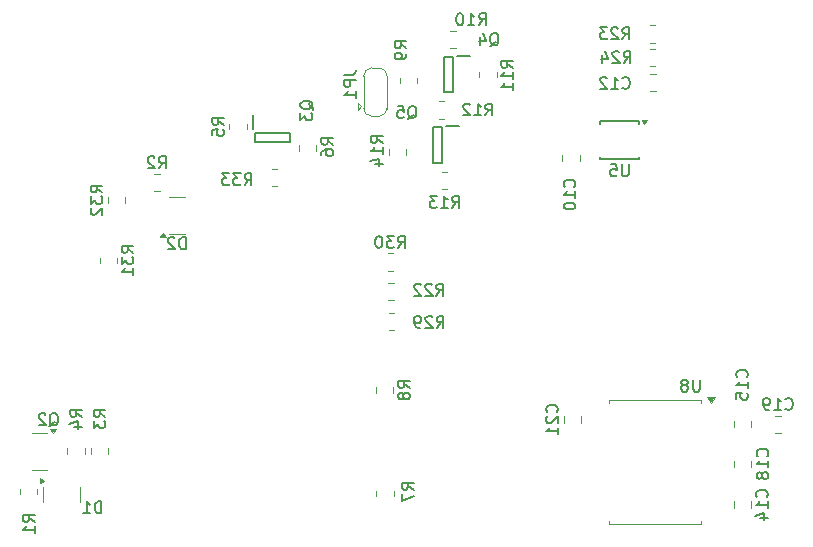
<source format=gbo>
%TF.GenerationSoftware,KiCad,Pcbnew,9.0.4*%
%TF.CreationDate,2025-11-20T14:20:26-08:00*%
%TF.ProjectId,camera_controller,63616d65-7261-45f6-936f-6e74726f6c6c,1.0*%
%TF.SameCoordinates,Original*%
%TF.FileFunction,Legend,Bot*%
%TF.FilePolarity,Positive*%
%FSLAX46Y46*%
G04 Gerber Fmt 4.6, Leading zero omitted, Abs format (unit mm)*
G04 Created by KiCad (PCBNEW 9.0.4) date 2025-11-20 14:20:26*
%MOMM*%
%LPD*%
G01*
G04 APERTURE LIST*
%ADD10C,0.150000*%
%ADD11C,0.120000*%
%ADD12C,0.200000*%
G04 APERTURE END LIST*
D10*
X35025594Y-68932319D02*
X35025594Y-67932319D01*
X35025594Y-67932319D02*
X34787499Y-67932319D01*
X34787499Y-67932319D02*
X34644642Y-67979938D01*
X34644642Y-67979938D02*
X34549404Y-68075176D01*
X34549404Y-68075176D02*
X34501785Y-68170414D01*
X34501785Y-68170414D02*
X34454166Y-68360890D01*
X34454166Y-68360890D02*
X34454166Y-68503747D01*
X34454166Y-68503747D02*
X34501785Y-68694223D01*
X34501785Y-68694223D02*
X34549404Y-68789461D01*
X34549404Y-68789461D02*
X34644642Y-68884700D01*
X34644642Y-68884700D02*
X34787499Y-68932319D01*
X34787499Y-68932319D02*
X35025594Y-68932319D01*
X33501785Y-68932319D02*
X34073213Y-68932319D01*
X33787499Y-68932319D02*
X33787499Y-67932319D01*
X33787499Y-67932319D02*
X33882737Y-68075176D01*
X33882737Y-68075176D02*
X33977975Y-68170414D01*
X33977975Y-68170414D02*
X34073213Y-68218033D01*
X61454819Y-66933333D02*
X60978628Y-66600000D01*
X61454819Y-66361905D02*
X60454819Y-66361905D01*
X60454819Y-66361905D02*
X60454819Y-66742857D01*
X60454819Y-66742857D02*
X60502438Y-66838095D01*
X60502438Y-66838095D02*
X60550057Y-66885714D01*
X60550057Y-66885714D02*
X60645295Y-66933333D01*
X60645295Y-66933333D02*
X60788152Y-66933333D01*
X60788152Y-66933333D02*
X60883390Y-66885714D01*
X60883390Y-66885714D02*
X60931009Y-66838095D01*
X60931009Y-66838095D02*
X60978628Y-66742857D01*
X60978628Y-66742857D02*
X60978628Y-66361905D01*
X60454819Y-67266667D02*
X60454819Y-67933333D01*
X60454819Y-67933333D02*
X61454819Y-67504762D01*
X64717857Y-43079819D02*
X65051190Y-42603628D01*
X65289285Y-43079819D02*
X65289285Y-42079819D01*
X65289285Y-42079819D02*
X64908333Y-42079819D01*
X64908333Y-42079819D02*
X64813095Y-42127438D01*
X64813095Y-42127438D02*
X64765476Y-42175057D01*
X64765476Y-42175057D02*
X64717857Y-42270295D01*
X64717857Y-42270295D02*
X64717857Y-42413152D01*
X64717857Y-42413152D02*
X64765476Y-42508390D01*
X64765476Y-42508390D02*
X64813095Y-42556009D01*
X64813095Y-42556009D02*
X64908333Y-42603628D01*
X64908333Y-42603628D02*
X65289285Y-42603628D01*
X63765476Y-43079819D02*
X64336904Y-43079819D01*
X64051190Y-43079819D02*
X64051190Y-42079819D01*
X64051190Y-42079819D02*
X64146428Y-42222676D01*
X64146428Y-42222676D02*
X64241666Y-42317914D01*
X64241666Y-42317914D02*
X64336904Y-42365533D01*
X63432142Y-42079819D02*
X62813095Y-42079819D01*
X62813095Y-42079819D02*
X63146428Y-42460771D01*
X63146428Y-42460771D02*
X63003571Y-42460771D01*
X63003571Y-42460771D02*
X62908333Y-42508390D01*
X62908333Y-42508390D02*
X62860714Y-42556009D01*
X62860714Y-42556009D02*
X62813095Y-42651247D01*
X62813095Y-42651247D02*
X62813095Y-42889342D01*
X62813095Y-42889342D02*
X62860714Y-42984580D01*
X62860714Y-42984580D02*
X62908333Y-43032200D01*
X62908333Y-43032200D02*
X63003571Y-43079819D01*
X63003571Y-43079819D02*
X63289285Y-43079819D01*
X63289285Y-43079819D02*
X63384523Y-43032200D01*
X63384523Y-43032200D02*
X63432142Y-42984580D01*
X66992857Y-27604819D02*
X67326190Y-27128628D01*
X67564285Y-27604819D02*
X67564285Y-26604819D01*
X67564285Y-26604819D02*
X67183333Y-26604819D01*
X67183333Y-26604819D02*
X67088095Y-26652438D01*
X67088095Y-26652438D02*
X67040476Y-26700057D01*
X67040476Y-26700057D02*
X66992857Y-26795295D01*
X66992857Y-26795295D02*
X66992857Y-26938152D01*
X66992857Y-26938152D02*
X67040476Y-27033390D01*
X67040476Y-27033390D02*
X67088095Y-27081009D01*
X67088095Y-27081009D02*
X67183333Y-27128628D01*
X67183333Y-27128628D02*
X67564285Y-27128628D01*
X66040476Y-27604819D02*
X66611904Y-27604819D01*
X66326190Y-27604819D02*
X66326190Y-26604819D01*
X66326190Y-26604819D02*
X66421428Y-26747676D01*
X66421428Y-26747676D02*
X66516666Y-26842914D01*
X66516666Y-26842914D02*
X66611904Y-26890533D01*
X65421428Y-26604819D02*
X65326190Y-26604819D01*
X65326190Y-26604819D02*
X65230952Y-26652438D01*
X65230952Y-26652438D02*
X65183333Y-26700057D01*
X65183333Y-26700057D02*
X65135714Y-26795295D01*
X65135714Y-26795295D02*
X65088095Y-26985771D01*
X65088095Y-26985771D02*
X65088095Y-27223866D01*
X65088095Y-27223866D02*
X65135714Y-27414342D01*
X65135714Y-27414342D02*
X65183333Y-27509580D01*
X65183333Y-27509580D02*
X65230952Y-27557200D01*
X65230952Y-27557200D02*
X65326190Y-27604819D01*
X65326190Y-27604819D02*
X65421428Y-27604819D01*
X65421428Y-27604819D02*
X65516666Y-27557200D01*
X65516666Y-27557200D02*
X65564285Y-27509580D01*
X65564285Y-27509580D02*
X65611904Y-27414342D01*
X65611904Y-27414342D02*
X65659523Y-27223866D01*
X65659523Y-27223866D02*
X65659523Y-26985771D01*
X65659523Y-26985771D02*
X65611904Y-26795295D01*
X65611904Y-26795295D02*
X65564285Y-26700057D01*
X65564285Y-26700057D02*
X65516666Y-26652438D01*
X65516666Y-26652438D02*
X65421428Y-26604819D01*
X30607738Y-61577557D02*
X30702976Y-61529938D01*
X30702976Y-61529938D02*
X30798214Y-61434700D01*
X30798214Y-61434700D02*
X30941071Y-61291842D01*
X30941071Y-61291842D02*
X31036309Y-61244223D01*
X31036309Y-61244223D02*
X31131547Y-61244223D01*
X31083928Y-61482319D02*
X31179166Y-61434700D01*
X31179166Y-61434700D02*
X31274404Y-61339461D01*
X31274404Y-61339461D02*
X31322023Y-61148985D01*
X31322023Y-61148985D02*
X31322023Y-60815652D01*
X31322023Y-60815652D02*
X31274404Y-60625176D01*
X31274404Y-60625176D02*
X31179166Y-60529938D01*
X31179166Y-60529938D02*
X31083928Y-60482319D01*
X31083928Y-60482319D02*
X30893452Y-60482319D01*
X30893452Y-60482319D02*
X30798214Y-60529938D01*
X30798214Y-60529938D02*
X30702976Y-60625176D01*
X30702976Y-60625176D02*
X30655357Y-60815652D01*
X30655357Y-60815652D02*
X30655357Y-61148985D01*
X30655357Y-61148985D02*
X30702976Y-61339461D01*
X30702976Y-61339461D02*
X30798214Y-61434700D01*
X30798214Y-61434700D02*
X30893452Y-61482319D01*
X30893452Y-61482319D02*
X31083928Y-61482319D01*
X30274404Y-60577557D02*
X30226785Y-60529938D01*
X30226785Y-60529938D02*
X30131547Y-60482319D01*
X30131547Y-60482319D02*
X29893452Y-60482319D01*
X29893452Y-60482319D02*
X29798214Y-60529938D01*
X29798214Y-60529938D02*
X29750595Y-60577557D01*
X29750595Y-60577557D02*
X29702976Y-60672795D01*
X29702976Y-60672795D02*
X29702976Y-60768033D01*
X29702976Y-60768033D02*
X29750595Y-60910890D01*
X29750595Y-60910890D02*
X30322023Y-61482319D01*
X30322023Y-61482319D02*
X29702976Y-61482319D01*
X92942857Y-60079580D02*
X92990476Y-60127200D01*
X92990476Y-60127200D02*
X93133333Y-60174819D01*
X93133333Y-60174819D02*
X93228571Y-60174819D01*
X93228571Y-60174819D02*
X93371428Y-60127200D01*
X93371428Y-60127200D02*
X93466666Y-60031961D01*
X93466666Y-60031961D02*
X93514285Y-59936723D01*
X93514285Y-59936723D02*
X93561904Y-59746247D01*
X93561904Y-59746247D02*
X93561904Y-59603390D01*
X93561904Y-59603390D02*
X93514285Y-59412914D01*
X93514285Y-59412914D02*
X93466666Y-59317676D01*
X93466666Y-59317676D02*
X93371428Y-59222438D01*
X93371428Y-59222438D02*
X93228571Y-59174819D01*
X93228571Y-59174819D02*
X93133333Y-59174819D01*
X93133333Y-59174819D02*
X92990476Y-59222438D01*
X92990476Y-59222438D02*
X92942857Y-59270057D01*
X91990476Y-60174819D02*
X92561904Y-60174819D01*
X92276190Y-60174819D02*
X92276190Y-59174819D01*
X92276190Y-59174819D02*
X92371428Y-59317676D01*
X92371428Y-59317676D02*
X92466666Y-59412914D01*
X92466666Y-59412914D02*
X92561904Y-59460533D01*
X91514285Y-60174819D02*
X91323809Y-60174819D01*
X91323809Y-60174819D02*
X91228571Y-60127200D01*
X91228571Y-60127200D02*
X91180952Y-60079580D01*
X91180952Y-60079580D02*
X91085714Y-59936723D01*
X91085714Y-59936723D02*
X91038095Y-59746247D01*
X91038095Y-59746247D02*
X91038095Y-59365295D01*
X91038095Y-59365295D02*
X91085714Y-59270057D01*
X91085714Y-59270057D02*
X91133333Y-59222438D01*
X91133333Y-59222438D02*
X91228571Y-59174819D01*
X91228571Y-59174819D02*
X91419047Y-59174819D01*
X91419047Y-59174819D02*
X91514285Y-59222438D01*
X91514285Y-59222438D02*
X91561904Y-59270057D01*
X91561904Y-59270057D02*
X91609523Y-59365295D01*
X91609523Y-59365295D02*
X91609523Y-59603390D01*
X91609523Y-59603390D02*
X91561904Y-59698628D01*
X91561904Y-59698628D02*
X91514285Y-59746247D01*
X91514285Y-59746247D02*
X91419047Y-59793866D01*
X91419047Y-59793866D02*
X91228571Y-59793866D01*
X91228571Y-59793866D02*
X91133333Y-59746247D01*
X91133333Y-59746247D02*
X91085714Y-59698628D01*
X91085714Y-59698628D02*
X91038095Y-59603390D01*
X79142857Y-32909580D02*
X79190476Y-32957200D01*
X79190476Y-32957200D02*
X79333333Y-33004819D01*
X79333333Y-33004819D02*
X79428571Y-33004819D01*
X79428571Y-33004819D02*
X79571428Y-32957200D01*
X79571428Y-32957200D02*
X79666666Y-32861961D01*
X79666666Y-32861961D02*
X79714285Y-32766723D01*
X79714285Y-32766723D02*
X79761904Y-32576247D01*
X79761904Y-32576247D02*
X79761904Y-32433390D01*
X79761904Y-32433390D02*
X79714285Y-32242914D01*
X79714285Y-32242914D02*
X79666666Y-32147676D01*
X79666666Y-32147676D02*
X79571428Y-32052438D01*
X79571428Y-32052438D02*
X79428571Y-32004819D01*
X79428571Y-32004819D02*
X79333333Y-32004819D01*
X79333333Y-32004819D02*
X79190476Y-32052438D01*
X79190476Y-32052438D02*
X79142857Y-32100057D01*
X78190476Y-33004819D02*
X78761904Y-33004819D01*
X78476190Y-33004819D02*
X78476190Y-32004819D01*
X78476190Y-32004819D02*
X78571428Y-32147676D01*
X78571428Y-32147676D02*
X78666666Y-32242914D01*
X78666666Y-32242914D02*
X78761904Y-32290533D01*
X77809523Y-32100057D02*
X77761904Y-32052438D01*
X77761904Y-32052438D02*
X77666666Y-32004819D01*
X77666666Y-32004819D02*
X77428571Y-32004819D01*
X77428571Y-32004819D02*
X77333333Y-32052438D01*
X77333333Y-32052438D02*
X77285714Y-32100057D01*
X77285714Y-32100057D02*
X77238095Y-32195295D01*
X77238095Y-32195295D02*
X77238095Y-32290533D01*
X77238095Y-32290533D02*
X77285714Y-32433390D01*
X77285714Y-32433390D02*
X77857142Y-33004819D01*
X77857142Y-33004819D02*
X77238095Y-33004819D01*
X79142857Y-28804819D02*
X79476190Y-28328628D01*
X79714285Y-28804819D02*
X79714285Y-27804819D01*
X79714285Y-27804819D02*
X79333333Y-27804819D01*
X79333333Y-27804819D02*
X79238095Y-27852438D01*
X79238095Y-27852438D02*
X79190476Y-27900057D01*
X79190476Y-27900057D02*
X79142857Y-27995295D01*
X79142857Y-27995295D02*
X79142857Y-28138152D01*
X79142857Y-28138152D02*
X79190476Y-28233390D01*
X79190476Y-28233390D02*
X79238095Y-28281009D01*
X79238095Y-28281009D02*
X79333333Y-28328628D01*
X79333333Y-28328628D02*
X79714285Y-28328628D01*
X78761904Y-27900057D02*
X78714285Y-27852438D01*
X78714285Y-27852438D02*
X78619047Y-27804819D01*
X78619047Y-27804819D02*
X78380952Y-27804819D01*
X78380952Y-27804819D02*
X78285714Y-27852438D01*
X78285714Y-27852438D02*
X78238095Y-27900057D01*
X78238095Y-27900057D02*
X78190476Y-27995295D01*
X78190476Y-27995295D02*
X78190476Y-28090533D01*
X78190476Y-28090533D02*
X78238095Y-28233390D01*
X78238095Y-28233390D02*
X78809523Y-28804819D01*
X78809523Y-28804819D02*
X78190476Y-28804819D01*
X77857142Y-27804819D02*
X77238095Y-27804819D01*
X77238095Y-27804819D02*
X77571428Y-28185771D01*
X77571428Y-28185771D02*
X77428571Y-28185771D01*
X77428571Y-28185771D02*
X77333333Y-28233390D01*
X77333333Y-28233390D02*
X77285714Y-28281009D01*
X77285714Y-28281009D02*
X77238095Y-28376247D01*
X77238095Y-28376247D02*
X77238095Y-28614342D01*
X77238095Y-28614342D02*
X77285714Y-28709580D01*
X77285714Y-28709580D02*
X77333333Y-28757200D01*
X77333333Y-28757200D02*
X77428571Y-28804819D01*
X77428571Y-28804819D02*
X77714285Y-28804819D01*
X77714285Y-28804819D02*
X77809523Y-28757200D01*
X77809523Y-28757200D02*
X77857142Y-28709580D01*
X60970238Y-35550057D02*
X61065476Y-35502438D01*
X61065476Y-35502438D02*
X61160714Y-35407200D01*
X61160714Y-35407200D02*
X61303571Y-35264342D01*
X61303571Y-35264342D02*
X61398809Y-35216723D01*
X61398809Y-35216723D02*
X61494047Y-35216723D01*
X61446428Y-35454819D02*
X61541666Y-35407200D01*
X61541666Y-35407200D02*
X61636904Y-35311961D01*
X61636904Y-35311961D02*
X61684523Y-35121485D01*
X61684523Y-35121485D02*
X61684523Y-34788152D01*
X61684523Y-34788152D02*
X61636904Y-34597676D01*
X61636904Y-34597676D02*
X61541666Y-34502438D01*
X61541666Y-34502438D02*
X61446428Y-34454819D01*
X61446428Y-34454819D02*
X61255952Y-34454819D01*
X61255952Y-34454819D02*
X61160714Y-34502438D01*
X61160714Y-34502438D02*
X61065476Y-34597676D01*
X61065476Y-34597676D02*
X61017857Y-34788152D01*
X61017857Y-34788152D02*
X61017857Y-35121485D01*
X61017857Y-35121485D02*
X61065476Y-35311961D01*
X61065476Y-35311961D02*
X61160714Y-35407200D01*
X61160714Y-35407200D02*
X61255952Y-35454819D01*
X61255952Y-35454819D02*
X61446428Y-35454819D01*
X60113095Y-34454819D02*
X60589285Y-34454819D01*
X60589285Y-34454819D02*
X60636904Y-34931009D01*
X60636904Y-34931009D02*
X60589285Y-34883390D01*
X60589285Y-34883390D02*
X60494047Y-34835771D01*
X60494047Y-34835771D02*
X60255952Y-34835771D01*
X60255952Y-34835771D02*
X60160714Y-34883390D01*
X60160714Y-34883390D02*
X60113095Y-34931009D01*
X60113095Y-34931009D02*
X60065476Y-35026247D01*
X60065476Y-35026247D02*
X60065476Y-35264342D01*
X60065476Y-35264342D02*
X60113095Y-35359580D01*
X60113095Y-35359580D02*
X60160714Y-35407200D01*
X60160714Y-35407200D02*
X60255952Y-35454819D01*
X60255952Y-35454819D02*
X60494047Y-35454819D01*
X60494047Y-35454819D02*
X60589285Y-35407200D01*
X60589285Y-35407200D02*
X60636904Y-35359580D01*
X52975057Y-34754761D02*
X52927438Y-34659523D01*
X52927438Y-34659523D02*
X52832200Y-34564285D01*
X52832200Y-34564285D02*
X52689342Y-34421428D01*
X52689342Y-34421428D02*
X52641723Y-34326190D01*
X52641723Y-34326190D02*
X52641723Y-34230952D01*
X52879819Y-34278571D02*
X52832200Y-34183333D01*
X52832200Y-34183333D02*
X52736961Y-34088095D01*
X52736961Y-34088095D02*
X52546485Y-34040476D01*
X52546485Y-34040476D02*
X52213152Y-34040476D01*
X52213152Y-34040476D02*
X52022676Y-34088095D01*
X52022676Y-34088095D02*
X51927438Y-34183333D01*
X51927438Y-34183333D02*
X51879819Y-34278571D01*
X51879819Y-34278571D02*
X51879819Y-34469047D01*
X51879819Y-34469047D02*
X51927438Y-34564285D01*
X51927438Y-34564285D02*
X52022676Y-34659523D01*
X52022676Y-34659523D02*
X52213152Y-34707142D01*
X52213152Y-34707142D02*
X52546485Y-34707142D01*
X52546485Y-34707142D02*
X52736961Y-34659523D01*
X52736961Y-34659523D02*
X52832200Y-34564285D01*
X52832200Y-34564285D02*
X52879819Y-34469047D01*
X52879819Y-34469047D02*
X52879819Y-34278571D01*
X51879819Y-35040476D02*
X51879819Y-35659523D01*
X51879819Y-35659523D02*
X52260771Y-35326190D01*
X52260771Y-35326190D02*
X52260771Y-35469047D01*
X52260771Y-35469047D02*
X52308390Y-35564285D01*
X52308390Y-35564285D02*
X52356009Y-35611904D01*
X52356009Y-35611904D02*
X52451247Y-35659523D01*
X52451247Y-35659523D02*
X52689342Y-35659523D01*
X52689342Y-35659523D02*
X52784580Y-35611904D01*
X52784580Y-35611904D02*
X52832200Y-35564285D01*
X52832200Y-35564285D02*
X52879819Y-35469047D01*
X52879819Y-35469047D02*
X52879819Y-35183333D01*
X52879819Y-35183333D02*
X52832200Y-35088095D01*
X52832200Y-35088095D02*
X52784580Y-35040476D01*
X69854819Y-31207142D02*
X69378628Y-30873809D01*
X69854819Y-30635714D02*
X68854819Y-30635714D01*
X68854819Y-30635714D02*
X68854819Y-31016666D01*
X68854819Y-31016666D02*
X68902438Y-31111904D01*
X68902438Y-31111904D02*
X68950057Y-31159523D01*
X68950057Y-31159523D02*
X69045295Y-31207142D01*
X69045295Y-31207142D02*
X69188152Y-31207142D01*
X69188152Y-31207142D02*
X69283390Y-31159523D01*
X69283390Y-31159523D02*
X69331009Y-31111904D01*
X69331009Y-31111904D02*
X69378628Y-31016666D01*
X69378628Y-31016666D02*
X69378628Y-30635714D01*
X69854819Y-32159523D02*
X69854819Y-31588095D01*
X69854819Y-31873809D02*
X68854819Y-31873809D01*
X68854819Y-31873809D02*
X68997676Y-31778571D01*
X68997676Y-31778571D02*
X69092914Y-31683333D01*
X69092914Y-31683333D02*
X69140533Y-31588095D01*
X69854819Y-33111904D02*
X69854819Y-32540476D01*
X69854819Y-32826190D02*
X68854819Y-32826190D01*
X68854819Y-32826190D02*
X68997676Y-32730952D01*
X68997676Y-32730952D02*
X69092914Y-32635714D01*
X69092914Y-32635714D02*
X69140533Y-32540476D01*
X58829819Y-37582142D02*
X58353628Y-37248809D01*
X58829819Y-37010714D02*
X57829819Y-37010714D01*
X57829819Y-37010714D02*
X57829819Y-37391666D01*
X57829819Y-37391666D02*
X57877438Y-37486904D01*
X57877438Y-37486904D02*
X57925057Y-37534523D01*
X57925057Y-37534523D02*
X58020295Y-37582142D01*
X58020295Y-37582142D02*
X58163152Y-37582142D01*
X58163152Y-37582142D02*
X58258390Y-37534523D01*
X58258390Y-37534523D02*
X58306009Y-37486904D01*
X58306009Y-37486904D02*
X58353628Y-37391666D01*
X58353628Y-37391666D02*
X58353628Y-37010714D01*
X58829819Y-38534523D02*
X58829819Y-37963095D01*
X58829819Y-38248809D02*
X57829819Y-38248809D01*
X57829819Y-38248809D02*
X57972676Y-38153571D01*
X57972676Y-38153571D02*
X58067914Y-38058333D01*
X58067914Y-38058333D02*
X58115533Y-37963095D01*
X58163152Y-39391666D02*
X58829819Y-39391666D01*
X57782200Y-39153571D02*
X58496485Y-38915476D01*
X58496485Y-38915476D02*
X58496485Y-39534523D01*
X79242857Y-30804819D02*
X79576190Y-30328628D01*
X79814285Y-30804819D02*
X79814285Y-29804819D01*
X79814285Y-29804819D02*
X79433333Y-29804819D01*
X79433333Y-29804819D02*
X79338095Y-29852438D01*
X79338095Y-29852438D02*
X79290476Y-29900057D01*
X79290476Y-29900057D02*
X79242857Y-29995295D01*
X79242857Y-29995295D02*
X79242857Y-30138152D01*
X79242857Y-30138152D02*
X79290476Y-30233390D01*
X79290476Y-30233390D02*
X79338095Y-30281009D01*
X79338095Y-30281009D02*
X79433333Y-30328628D01*
X79433333Y-30328628D02*
X79814285Y-30328628D01*
X78861904Y-29900057D02*
X78814285Y-29852438D01*
X78814285Y-29852438D02*
X78719047Y-29804819D01*
X78719047Y-29804819D02*
X78480952Y-29804819D01*
X78480952Y-29804819D02*
X78385714Y-29852438D01*
X78385714Y-29852438D02*
X78338095Y-29900057D01*
X78338095Y-29900057D02*
X78290476Y-29995295D01*
X78290476Y-29995295D02*
X78290476Y-30090533D01*
X78290476Y-30090533D02*
X78338095Y-30233390D01*
X78338095Y-30233390D02*
X78909523Y-30804819D01*
X78909523Y-30804819D02*
X78290476Y-30804819D01*
X77433333Y-30138152D02*
X77433333Y-30804819D01*
X77671428Y-29757200D02*
X77909523Y-30471485D01*
X77909523Y-30471485D02*
X77290476Y-30471485D01*
X63417857Y-53229819D02*
X63751190Y-52753628D01*
X63989285Y-53229819D02*
X63989285Y-52229819D01*
X63989285Y-52229819D02*
X63608333Y-52229819D01*
X63608333Y-52229819D02*
X63513095Y-52277438D01*
X63513095Y-52277438D02*
X63465476Y-52325057D01*
X63465476Y-52325057D02*
X63417857Y-52420295D01*
X63417857Y-52420295D02*
X63417857Y-52563152D01*
X63417857Y-52563152D02*
X63465476Y-52658390D01*
X63465476Y-52658390D02*
X63513095Y-52706009D01*
X63513095Y-52706009D02*
X63608333Y-52753628D01*
X63608333Y-52753628D02*
X63989285Y-52753628D01*
X63036904Y-52325057D02*
X62989285Y-52277438D01*
X62989285Y-52277438D02*
X62894047Y-52229819D01*
X62894047Y-52229819D02*
X62655952Y-52229819D01*
X62655952Y-52229819D02*
X62560714Y-52277438D01*
X62560714Y-52277438D02*
X62513095Y-52325057D01*
X62513095Y-52325057D02*
X62465476Y-52420295D01*
X62465476Y-52420295D02*
X62465476Y-52515533D01*
X62465476Y-52515533D02*
X62513095Y-52658390D01*
X62513095Y-52658390D02*
X63084523Y-53229819D01*
X63084523Y-53229819D02*
X62465476Y-53229819D01*
X61989285Y-53229819D02*
X61798809Y-53229819D01*
X61798809Y-53229819D02*
X61703571Y-53182200D01*
X61703571Y-53182200D02*
X61655952Y-53134580D01*
X61655952Y-53134580D02*
X61560714Y-52991723D01*
X61560714Y-52991723D02*
X61513095Y-52801247D01*
X61513095Y-52801247D02*
X61513095Y-52420295D01*
X61513095Y-52420295D02*
X61560714Y-52325057D01*
X61560714Y-52325057D02*
X61608333Y-52277438D01*
X61608333Y-52277438D02*
X61703571Y-52229819D01*
X61703571Y-52229819D02*
X61894047Y-52229819D01*
X61894047Y-52229819D02*
X61989285Y-52277438D01*
X61989285Y-52277438D02*
X62036904Y-52325057D01*
X62036904Y-52325057D02*
X62084523Y-52420295D01*
X62084523Y-52420295D02*
X62084523Y-52658390D01*
X62084523Y-52658390D02*
X62036904Y-52753628D01*
X62036904Y-52753628D02*
X61989285Y-52801247D01*
X61989285Y-52801247D02*
X61894047Y-52848866D01*
X61894047Y-52848866D02*
X61703571Y-52848866D01*
X61703571Y-52848866D02*
X61608333Y-52801247D01*
X61608333Y-52801247D02*
X61560714Y-52753628D01*
X61560714Y-52753628D02*
X61513095Y-52658390D01*
X89659580Y-57407142D02*
X89707200Y-57359523D01*
X89707200Y-57359523D02*
X89754819Y-57216666D01*
X89754819Y-57216666D02*
X89754819Y-57121428D01*
X89754819Y-57121428D02*
X89707200Y-56978571D01*
X89707200Y-56978571D02*
X89611961Y-56883333D01*
X89611961Y-56883333D02*
X89516723Y-56835714D01*
X89516723Y-56835714D02*
X89326247Y-56788095D01*
X89326247Y-56788095D02*
X89183390Y-56788095D01*
X89183390Y-56788095D02*
X88992914Y-56835714D01*
X88992914Y-56835714D02*
X88897676Y-56883333D01*
X88897676Y-56883333D02*
X88802438Y-56978571D01*
X88802438Y-56978571D02*
X88754819Y-57121428D01*
X88754819Y-57121428D02*
X88754819Y-57216666D01*
X88754819Y-57216666D02*
X88802438Y-57359523D01*
X88802438Y-57359523D02*
X88850057Y-57407142D01*
X89754819Y-58359523D02*
X89754819Y-57788095D01*
X89754819Y-58073809D02*
X88754819Y-58073809D01*
X88754819Y-58073809D02*
X88897676Y-57978571D01*
X88897676Y-57978571D02*
X88992914Y-57883333D01*
X88992914Y-57883333D02*
X89040533Y-57788095D01*
X88754819Y-59264285D02*
X88754819Y-58788095D01*
X88754819Y-58788095D02*
X89231009Y-58740476D01*
X89231009Y-58740476D02*
X89183390Y-58788095D01*
X89183390Y-58788095D02*
X89135771Y-58883333D01*
X89135771Y-58883333D02*
X89135771Y-59121428D01*
X89135771Y-59121428D02*
X89183390Y-59216666D01*
X89183390Y-59216666D02*
X89231009Y-59264285D01*
X89231009Y-59264285D02*
X89326247Y-59311904D01*
X89326247Y-59311904D02*
X89564342Y-59311904D01*
X89564342Y-59311904D02*
X89659580Y-59264285D01*
X89659580Y-59264285D02*
X89707200Y-59216666D01*
X89707200Y-59216666D02*
X89754819Y-59121428D01*
X89754819Y-59121428D02*
X89754819Y-58883333D01*
X89754819Y-58883333D02*
X89707200Y-58788095D01*
X89707200Y-58788095D02*
X89659580Y-58740476D01*
X47142857Y-41154819D02*
X47476190Y-40678628D01*
X47714285Y-41154819D02*
X47714285Y-40154819D01*
X47714285Y-40154819D02*
X47333333Y-40154819D01*
X47333333Y-40154819D02*
X47238095Y-40202438D01*
X47238095Y-40202438D02*
X47190476Y-40250057D01*
X47190476Y-40250057D02*
X47142857Y-40345295D01*
X47142857Y-40345295D02*
X47142857Y-40488152D01*
X47142857Y-40488152D02*
X47190476Y-40583390D01*
X47190476Y-40583390D02*
X47238095Y-40631009D01*
X47238095Y-40631009D02*
X47333333Y-40678628D01*
X47333333Y-40678628D02*
X47714285Y-40678628D01*
X46809523Y-40154819D02*
X46190476Y-40154819D01*
X46190476Y-40154819D02*
X46523809Y-40535771D01*
X46523809Y-40535771D02*
X46380952Y-40535771D01*
X46380952Y-40535771D02*
X46285714Y-40583390D01*
X46285714Y-40583390D02*
X46238095Y-40631009D01*
X46238095Y-40631009D02*
X46190476Y-40726247D01*
X46190476Y-40726247D02*
X46190476Y-40964342D01*
X46190476Y-40964342D02*
X46238095Y-41059580D01*
X46238095Y-41059580D02*
X46285714Y-41107200D01*
X46285714Y-41107200D02*
X46380952Y-41154819D01*
X46380952Y-41154819D02*
X46666666Y-41154819D01*
X46666666Y-41154819D02*
X46761904Y-41107200D01*
X46761904Y-41107200D02*
X46809523Y-41059580D01*
X45857142Y-40154819D02*
X45238095Y-40154819D01*
X45238095Y-40154819D02*
X45571428Y-40535771D01*
X45571428Y-40535771D02*
X45428571Y-40535771D01*
X45428571Y-40535771D02*
X45333333Y-40583390D01*
X45333333Y-40583390D02*
X45285714Y-40631009D01*
X45285714Y-40631009D02*
X45238095Y-40726247D01*
X45238095Y-40726247D02*
X45238095Y-40964342D01*
X45238095Y-40964342D02*
X45285714Y-41059580D01*
X45285714Y-41059580D02*
X45333333Y-41107200D01*
X45333333Y-41107200D02*
X45428571Y-41154819D01*
X45428571Y-41154819D02*
X45714285Y-41154819D01*
X45714285Y-41154819D02*
X45809523Y-41107200D01*
X45809523Y-41107200D02*
X45857142Y-41059580D01*
X37729819Y-46878373D02*
X37253628Y-46545040D01*
X37729819Y-46306945D02*
X36729819Y-46306945D01*
X36729819Y-46306945D02*
X36729819Y-46687897D01*
X36729819Y-46687897D02*
X36777438Y-46783135D01*
X36777438Y-46783135D02*
X36825057Y-46830754D01*
X36825057Y-46830754D02*
X36920295Y-46878373D01*
X36920295Y-46878373D02*
X37063152Y-46878373D01*
X37063152Y-46878373D02*
X37158390Y-46830754D01*
X37158390Y-46830754D02*
X37206009Y-46783135D01*
X37206009Y-46783135D02*
X37253628Y-46687897D01*
X37253628Y-46687897D02*
X37253628Y-46306945D01*
X36729819Y-47211707D02*
X36729819Y-47830754D01*
X36729819Y-47830754D02*
X37110771Y-47497421D01*
X37110771Y-47497421D02*
X37110771Y-47640278D01*
X37110771Y-47640278D02*
X37158390Y-47735516D01*
X37158390Y-47735516D02*
X37206009Y-47783135D01*
X37206009Y-47783135D02*
X37301247Y-47830754D01*
X37301247Y-47830754D02*
X37539342Y-47830754D01*
X37539342Y-47830754D02*
X37634580Y-47783135D01*
X37634580Y-47783135D02*
X37682200Y-47735516D01*
X37682200Y-47735516D02*
X37729819Y-47640278D01*
X37729819Y-47640278D02*
X37729819Y-47354564D01*
X37729819Y-47354564D02*
X37682200Y-47259326D01*
X37682200Y-47259326D02*
X37634580Y-47211707D01*
X37729819Y-48783135D02*
X37729819Y-48211707D01*
X37729819Y-48497421D02*
X36729819Y-48497421D01*
X36729819Y-48497421D02*
X36872676Y-48402183D01*
X36872676Y-48402183D02*
X36967914Y-48306945D01*
X36967914Y-48306945D02*
X37015533Y-48211707D01*
X55579819Y-31791666D02*
X56294104Y-31791666D01*
X56294104Y-31791666D02*
X56436961Y-31744047D01*
X56436961Y-31744047D02*
X56532200Y-31648809D01*
X56532200Y-31648809D02*
X56579819Y-31505952D01*
X56579819Y-31505952D02*
X56579819Y-31410714D01*
X56579819Y-32267857D02*
X55579819Y-32267857D01*
X55579819Y-32267857D02*
X55579819Y-32648809D01*
X55579819Y-32648809D02*
X55627438Y-32744047D01*
X55627438Y-32744047D02*
X55675057Y-32791666D01*
X55675057Y-32791666D02*
X55770295Y-32839285D01*
X55770295Y-32839285D02*
X55913152Y-32839285D01*
X55913152Y-32839285D02*
X56008390Y-32791666D01*
X56008390Y-32791666D02*
X56056009Y-32744047D01*
X56056009Y-32744047D02*
X56103628Y-32648809D01*
X56103628Y-32648809D02*
X56103628Y-32267857D01*
X56579819Y-33791666D02*
X56579819Y-33220238D01*
X56579819Y-33505952D02*
X55579819Y-33505952D01*
X55579819Y-33505952D02*
X55722676Y-33410714D01*
X55722676Y-33410714D02*
X55817914Y-33315476D01*
X55817914Y-33315476D02*
X55865533Y-33220238D01*
X67920238Y-29400057D02*
X68015476Y-29352438D01*
X68015476Y-29352438D02*
X68110714Y-29257200D01*
X68110714Y-29257200D02*
X68253571Y-29114342D01*
X68253571Y-29114342D02*
X68348809Y-29066723D01*
X68348809Y-29066723D02*
X68444047Y-29066723D01*
X68396428Y-29304819D02*
X68491666Y-29257200D01*
X68491666Y-29257200D02*
X68586904Y-29161961D01*
X68586904Y-29161961D02*
X68634523Y-28971485D01*
X68634523Y-28971485D02*
X68634523Y-28638152D01*
X68634523Y-28638152D02*
X68586904Y-28447676D01*
X68586904Y-28447676D02*
X68491666Y-28352438D01*
X68491666Y-28352438D02*
X68396428Y-28304819D01*
X68396428Y-28304819D02*
X68205952Y-28304819D01*
X68205952Y-28304819D02*
X68110714Y-28352438D01*
X68110714Y-28352438D02*
X68015476Y-28447676D01*
X68015476Y-28447676D02*
X67967857Y-28638152D01*
X67967857Y-28638152D02*
X67967857Y-28971485D01*
X67967857Y-28971485D02*
X68015476Y-29161961D01*
X68015476Y-29161961D02*
X68110714Y-29257200D01*
X68110714Y-29257200D02*
X68205952Y-29304819D01*
X68205952Y-29304819D02*
X68396428Y-29304819D01*
X67110714Y-28638152D02*
X67110714Y-29304819D01*
X67348809Y-28257200D02*
X67586904Y-28971485D01*
X67586904Y-28971485D02*
X66967857Y-28971485D01*
X63392857Y-50504819D02*
X63726190Y-50028628D01*
X63964285Y-50504819D02*
X63964285Y-49504819D01*
X63964285Y-49504819D02*
X63583333Y-49504819D01*
X63583333Y-49504819D02*
X63488095Y-49552438D01*
X63488095Y-49552438D02*
X63440476Y-49600057D01*
X63440476Y-49600057D02*
X63392857Y-49695295D01*
X63392857Y-49695295D02*
X63392857Y-49838152D01*
X63392857Y-49838152D02*
X63440476Y-49933390D01*
X63440476Y-49933390D02*
X63488095Y-49981009D01*
X63488095Y-49981009D02*
X63583333Y-50028628D01*
X63583333Y-50028628D02*
X63964285Y-50028628D01*
X63011904Y-49600057D02*
X62964285Y-49552438D01*
X62964285Y-49552438D02*
X62869047Y-49504819D01*
X62869047Y-49504819D02*
X62630952Y-49504819D01*
X62630952Y-49504819D02*
X62535714Y-49552438D01*
X62535714Y-49552438D02*
X62488095Y-49600057D01*
X62488095Y-49600057D02*
X62440476Y-49695295D01*
X62440476Y-49695295D02*
X62440476Y-49790533D01*
X62440476Y-49790533D02*
X62488095Y-49933390D01*
X62488095Y-49933390D02*
X63059523Y-50504819D01*
X63059523Y-50504819D02*
X62440476Y-50504819D01*
X62059523Y-49600057D02*
X62011904Y-49552438D01*
X62011904Y-49552438D02*
X61916666Y-49504819D01*
X61916666Y-49504819D02*
X61678571Y-49504819D01*
X61678571Y-49504819D02*
X61583333Y-49552438D01*
X61583333Y-49552438D02*
X61535714Y-49600057D01*
X61535714Y-49600057D02*
X61488095Y-49695295D01*
X61488095Y-49695295D02*
X61488095Y-49790533D01*
X61488095Y-49790533D02*
X61535714Y-49933390D01*
X61535714Y-49933390D02*
X62107142Y-50504819D01*
X62107142Y-50504819D02*
X61488095Y-50504819D01*
X54654819Y-37733333D02*
X54178628Y-37400000D01*
X54654819Y-37161905D02*
X53654819Y-37161905D01*
X53654819Y-37161905D02*
X53654819Y-37542857D01*
X53654819Y-37542857D02*
X53702438Y-37638095D01*
X53702438Y-37638095D02*
X53750057Y-37685714D01*
X53750057Y-37685714D02*
X53845295Y-37733333D01*
X53845295Y-37733333D02*
X53988152Y-37733333D01*
X53988152Y-37733333D02*
X54083390Y-37685714D01*
X54083390Y-37685714D02*
X54131009Y-37638095D01*
X54131009Y-37638095D02*
X54178628Y-37542857D01*
X54178628Y-37542857D02*
X54178628Y-37161905D01*
X53654819Y-38590476D02*
X53654819Y-38400000D01*
X53654819Y-38400000D02*
X53702438Y-38304762D01*
X53702438Y-38304762D02*
X53750057Y-38257143D01*
X53750057Y-38257143D02*
X53892914Y-38161905D01*
X53892914Y-38161905D02*
X54083390Y-38114286D01*
X54083390Y-38114286D02*
X54464342Y-38114286D01*
X54464342Y-38114286D02*
X54559580Y-38161905D01*
X54559580Y-38161905D02*
X54607200Y-38209524D01*
X54607200Y-38209524D02*
X54654819Y-38304762D01*
X54654819Y-38304762D02*
X54654819Y-38495238D01*
X54654819Y-38495238D02*
X54607200Y-38590476D01*
X54607200Y-38590476D02*
X54559580Y-38638095D01*
X54559580Y-38638095D02*
X54464342Y-38685714D01*
X54464342Y-38685714D02*
X54226247Y-38685714D01*
X54226247Y-38685714D02*
X54131009Y-38638095D01*
X54131009Y-38638095D02*
X54083390Y-38590476D01*
X54083390Y-38590476D02*
X54035771Y-38495238D01*
X54035771Y-38495238D02*
X54035771Y-38304762D01*
X54035771Y-38304762D02*
X54083390Y-38209524D01*
X54083390Y-38209524D02*
X54131009Y-38161905D01*
X54131009Y-38161905D02*
X54226247Y-38114286D01*
X73579580Y-60357142D02*
X73627200Y-60309523D01*
X73627200Y-60309523D02*
X73674819Y-60166666D01*
X73674819Y-60166666D02*
X73674819Y-60071428D01*
X73674819Y-60071428D02*
X73627200Y-59928571D01*
X73627200Y-59928571D02*
X73531961Y-59833333D01*
X73531961Y-59833333D02*
X73436723Y-59785714D01*
X73436723Y-59785714D02*
X73246247Y-59738095D01*
X73246247Y-59738095D02*
X73103390Y-59738095D01*
X73103390Y-59738095D02*
X72912914Y-59785714D01*
X72912914Y-59785714D02*
X72817676Y-59833333D01*
X72817676Y-59833333D02*
X72722438Y-59928571D01*
X72722438Y-59928571D02*
X72674819Y-60071428D01*
X72674819Y-60071428D02*
X72674819Y-60166666D01*
X72674819Y-60166666D02*
X72722438Y-60309523D01*
X72722438Y-60309523D02*
X72770057Y-60357142D01*
X72770057Y-60738095D02*
X72722438Y-60785714D01*
X72722438Y-60785714D02*
X72674819Y-60880952D01*
X72674819Y-60880952D02*
X72674819Y-61119047D01*
X72674819Y-61119047D02*
X72722438Y-61214285D01*
X72722438Y-61214285D02*
X72770057Y-61261904D01*
X72770057Y-61261904D02*
X72865295Y-61309523D01*
X72865295Y-61309523D02*
X72960533Y-61309523D01*
X72960533Y-61309523D02*
X73103390Y-61261904D01*
X73103390Y-61261904D02*
X73674819Y-60690476D01*
X73674819Y-60690476D02*
X73674819Y-61309523D01*
X73674819Y-62261904D02*
X73674819Y-61690476D01*
X73674819Y-61976190D02*
X72674819Y-61976190D01*
X72674819Y-61976190D02*
X72817676Y-61880952D01*
X72817676Y-61880952D02*
X72912914Y-61785714D01*
X72912914Y-61785714D02*
X72960533Y-61690476D01*
X35104819Y-41778373D02*
X34628628Y-41445040D01*
X35104819Y-41206945D02*
X34104819Y-41206945D01*
X34104819Y-41206945D02*
X34104819Y-41587897D01*
X34104819Y-41587897D02*
X34152438Y-41683135D01*
X34152438Y-41683135D02*
X34200057Y-41730754D01*
X34200057Y-41730754D02*
X34295295Y-41778373D01*
X34295295Y-41778373D02*
X34438152Y-41778373D01*
X34438152Y-41778373D02*
X34533390Y-41730754D01*
X34533390Y-41730754D02*
X34581009Y-41683135D01*
X34581009Y-41683135D02*
X34628628Y-41587897D01*
X34628628Y-41587897D02*
X34628628Y-41206945D01*
X34104819Y-42111707D02*
X34104819Y-42730754D01*
X34104819Y-42730754D02*
X34485771Y-42397421D01*
X34485771Y-42397421D02*
X34485771Y-42540278D01*
X34485771Y-42540278D02*
X34533390Y-42635516D01*
X34533390Y-42635516D02*
X34581009Y-42683135D01*
X34581009Y-42683135D02*
X34676247Y-42730754D01*
X34676247Y-42730754D02*
X34914342Y-42730754D01*
X34914342Y-42730754D02*
X35009580Y-42683135D01*
X35009580Y-42683135D02*
X35057200Y-42635516D01*
X35057200Y-42635516D02*
X35104819Y-42540278D01*
X35104819Y-42540278D02*
X35104819Y-42254564D01*
X35104819Y-42254564D02*
X35057200Y-42159326D01*
X35057200Y-42159326D02*
X35009580Y-42111707D01*
X34200057Y-43111707D02*
X34152438Y-43159326D01*
X34152438Y-43159326D02*
X34104819Y-43254564D01*
X34104819Y-43254564D02*
X34104819Y-43492659D01*
X34104819Y-43492659D02*
X34152438Y-43587897D01*
X34152438Y-43587897D02*
X34200057Y-43635516D01*
X34200057Y-43635516D02*
X34295295Y-43683135D01*
X34295295Y-43683135D02*
X34390533Y-43683135D01*
X34390533Y-43683135D02*
X34533390Y-43635516D01*
X34533390Y-43635516D02*
X35104819Y-43064088D01*
X35104819Y-43064088D02*
X35104819Y-43683135D01*
X91339580Y-67557142D02*
X91387200Y-67509523D01*
X91387200Y-67509523D02*
X91434819Y-67366666D01*
X91434819Y-67366666D02*
X91434819Y-67271428D01*
X91434819Y-67271428D02*
X91387200Y-67128571D01*
X91387200Y-67128571D02*
X91291961Y-67033333D01*
X91291961Y-67033333D02*
X91196723Y-66985714D01*
X91196723Y-66985714D02*
X91006247Y-66938095D01*
X91006247Y-66938095D02*
X90863390Y-66938095D01*
X90863390Y-66938095D02*
X90672914Y-66985714D01*
X90672914Y-66985714D02*
X90577676Y-67033333D01*
X90577676Y-67033333D02*
X90482438Y-67128571D01*
X90482438Y-67128571D02*
X90434819Y-67271428D01*
X90434819Y-67271428D02*
X90434819Y-67366666D01*
X90434819Y-67366666D02*
X90482438Y-67509523D01*
X90482438Y-67509523D02*
X90530057Y-67557142D01*
X91434819Y-68509523D02*
X91434819Y-67938095D01*
X91434819Y-68223809D02*
X90434819Y-68223809D01*
X90434819Y-68223809D02*
X90577676Y-68128571D01*
X90577676Y-68128571D02*
X90672914Y-68033333D01*
X90672914Y-68033333D02*
X90720533Y-67938095D01*
X90768152Y-69366666D02*
X91434819Y-69366666D01*
X90387200Y-69128571D02*
X91101485Y-68890476D01*
X91101485Y-68890476D02*
X91101485Y-69509523D01*
X61154819Y-58333333D02*
X60678628Y-58000000D01*
X61154819Y-57761905D02*
X60154819Y-57761905D01*
X60154819Y-57761905D02*
X60154819Y-58142857D01*
X60154819Y-58142857D02*
X60202438Y-58238095D01*
X60202438Y-58238095D02*
X60250057Y-58285714D01*
X60250057Y-58285714D02*
X60345295Y-58333333D01*
X60345295Y-58333333D02*
X60488152Y-58333333D01*
X60488152Y-58333333D02*
X60583390Y-58285714D01*
X60583390Y-58285714D02*
X60631009Y-58238095D01*
X60631009Y-58238095D02*
X60678628Y-58142857D01*
X60678628Y-58142857D02*
X60678628Y-57761905D01*
X60583390Y-58904762D02*
X60535771Y-58809524D01*
X60535771Y-58809524D02*
X60488152Y-58761905D01*
X60488152Y-58761905D02*
X60392914Y-58714286D01*
X60392914Y-58714286D02*
X60345295Y-58714286D01*
X60345295Y-58714286D02*
X60250057Y-58761905D01*
X60250057Y-58761905D02*
X60202438Y-58809524D01*
X60202438Y-58809524D02*
X60154819Y-58904762D01*
X60154819Y-58904762D02*
X60154819Y-59095238D01*
X60154819Y-59095238D02*
X60202438Y-59190476D01*
X60202438Y-59190476D02*
X60250057Y-59238095D01*
X60250057Y-59238095D02*
X60345295Y-59285714D01*
X60345295Y-59285714D02*
X60392914Y-59285714D01*
X60392914Y-59285714D02*
X60488152Y-59238095D01*
X60488152Y-59238095D02*
X60535771Y-59190476D01*
X60535771Y-59190476D02*
X60583390Y-59095238D01*
X60583390Y-59095238D02*
X60583390Y-58904762D01*
X60583390Y-58904762D02*
X60631009Y-58809524D01*
X60631009Y-58809524D02*
X60678628Y-58761905D01*
X60678628Y-58761905D02*
X60773866Y-58714286D01*
X60773866Y-58714286D02*
X60964342Y-58714286D01*
X60964342Y-58714286D02*
X61059580Y-58761905D01*
X61059580Y-58761905D02*
X61107200Y-58809524D01*
X61107200Y-58809524D02*
X61154819Y-58904762D01*
X61154819Y-58904762D02*
X61154819Y-59095238D01*
X61154819Y-59095238D02*
X61107200Y-59190476D01*
X61107200Y-59190476D02*
X61059580Y-59238095D01*
X61059580Y-59238095D02*
X60964342Y-59285714D01*
X60964342Y-59285714D02*
X60773866Y-59285714D01*
X60773866Y-59285714D02*
X60678628Y-59238095D01*
X60678628Y-59238095D02*
X60631009Y-59190476D01*
X60631009Y-59190476D02*
X60583390Y-59095238D01*
X33367319Y-60760833D02*
X32891128Y-60427500D01*
X33367319Y-60189405D02*
X32367319Y-60189405D01*
X32367319Y-60189405D02*
X32367319Y-60570357D01*
X32367319Y-60570357D02*
X32414938Y-60665595D01*
X32414938Y-60665595D02*
X32462557Y-60713214D01*
X32462557Y-60713214D02*
X32557795Y-60760833D01*
X32557795Y-60760833D02*
X32700652Y-60760833D01*
X32700652Y-60760833D02*
X32795890Y-60713214D01*
X32795890Y-60713214D02*
X32843509Y-60665595D01*
X32843509Y-60665595D02*
X32891128Y-60570357D01*
X32891128Y-60570357D02*
X32891128Y-60189405D01*
X32700652Y-61617976D02*
X33367319Y-61617976D01*
X32319700Y-61379881D02*
X33033985Y-61141786D01*
X33033985Y-61141786D02*
X33033985Y-61760833D01*
X29367319Y-69660833D02*
X28891128Y-69327500D01*
X29367319Y-69089405D02*
X28367319Y-69089405D01*
X28367319Y-69089405D02*
X28367319Y-69470357D01*
X28367319Y-69470357D02*
X28414938Y-69565595D01*
X28414938Y-69565595D02*
X28462557Y-69613214D01*
X28462557Y-69613214D02*
X28557795Y-69660833D01*
X28557795Y-69660833D02*
X28700652Y-69660833D01*
X28700652Y-69660833D02*
X28795890Y-69613214D01*
X28795890Y-69613214D02*
X28843509Y-69565595D01*
X28843509Y-69565595D02*
X28891128Y-69470357D01*
X28891128Y-69470357D02*
X28891128Y-69089405D01*
X29367319Y-70613214D02*
X29367319Y-70041786D01*
X29367319Y-70327500D02*
X28367319Y-70327500D01*
X28367319Y-70327500D02*
X28510176Y-70232262D01*
X28510176Y-70232262D02*
X28605414Y-70137024D01*
X28605414Y-70137024D02*
X28653033Y-70041786D01*
X39891666Y-39726050D02*
X40224999Y-39249859D01*
X40463094Y-39726050D02*
X40463094Y-38726050D01*
X40463094Y-38726050D02*
X40082142Y-38726050D01*
X40082142Y-38726050D02*
X39986904Y-38773669D01*
X39986904Y-38773669D02*
X39939285Y-38821288D01*
X39939285Y-38821288D02*
X39891666Y-38916526D01*
X39891666Y-38916526D02*
X39891666Y-39059383D01*
X39891666Y-39059383D02*
X39939285Y-39154621D01*
X39939285Y-39154621D02*
X39986904Y-39202240D01*
X39986904Y-39202240D02*
X40082142Y-39249859D01*
X40082142Y-39249859D02*
X40463094Y-39249859D01*
X39510713Y-38821288D02*
X39463094Y-38773669D01*
X39463094Y-38773669D02*
X39367856Y-38726050D01*
X39367856Y-38726050D02*
X39129761Y-38726050D01*
X39129761Y-38726050D02*
X39034523Y-38773669D01*
X39034523Y-38773669D02*
X38986904Y-38821288D01*
X38986904Y-38821288D02*
X38939285Y-38916526D01*
X38939285Y-38916526D02*
X38939285Y-39011764D01*
X38939285Y-39011764D02*
X38986904Y-39154621D01*
X38986904Y-39154621D02*
X39558332Y-39726050D01*
X39558332Y-39726050D02*
X38939285Y-39726050D01*
X75059580Y-41307142D02*
X75107200Y-41259523D01*
X75107200Y-41259523D02*
X75154819Y-41116666D01*
X75154819Y-41116666D02*
X75154819Y-41021428D01*
X75154819Y-41021428D02*
X75107200Y-40878571D01*
X75107200Y-40878571D02*
X75011961Y-40783333D01*
X75011961Y-40783333D02*
X74916723Y-40735714D01*
X74916723Y-40735714D02*
X74726247Y-40688095D01*
X74726247Y-40688095D02*
X74583390Y-40688095D01*
X74583390Y-40688095D02*
X74392914Y-40735714D01*
X74392914Y-40735714D02*
X74297676Y-40783333D01*
X74297676Y-40783333D02*
X74202438Y-40878571D01*
X74202438Y-40878571D02*
X74154819Y-41021428D01*
X74154819Y-41021428D02*
X74154819Y-41116666D01*
X74154819Y-41116666D02*
X74202438Y-41259523D01*
X74202438Y-41259523D02*
X74250057Y-41307142D01*
X75154819Y-42259523D02*
X75154819Y-41688095D01*
X75154819Y-41973809D02*
X74154819Y-41973809D01*
X74154819Y-41973809D02*
X74297676Y-41878571D01*
X74297676Y-41878571D02*
X74392914Y-41783333D01*
X74392914Y-41783333D02*
X74440533Y-41688095D01*
X74154819Y-42878571D02*
X74154819Y-42973809D01*
X74154819Y-42973809D02*
X74202438Y-43069047D01*
X74202438Y-43069047D02*
X74250057Y-43116666D01*
X74250057Y-43116666D02*
X74345295Y-43164285D01*
X74345295Y-43164285D02*
X74535771Y-43211904D01*
X74535771Y-43211904D02*
X74773866Y-43211904D01*
X74773866Y-43211904D02*
X74964342Y-43164285D01*
X74964342Y-43164285D02*
X75059580Y-43116666D01*
X75059580Y-43116666D02*
X75107200Y-43069047D01*
X75107200Y-43069047D02*
X75154819Y-42973809D01*
X75154819Y-42973809D02*
X75154819Y-42878571D01*
X75154819Y-42878571D02*
X75107200Y-42783333D01*
X75107200Y-42783333D02*
X75059580Y-42735714D01*
X75059580Y-42735714D02*
X74964342Y-42688095D01*
X74964342Y-42688095D02*
X74773866Y-42640476D01*
X74773866Y-42640476D02*
X74535771Y-42640476D01*
X74535771Y-42640476D02*
X74345295Y-42688095D01*
X74345295Y-42688095D02*
X74250057Y-42735714D01*
X74250057Y-42735714D02*
X74202438Y-42783333D01*
X74202438Y-42783333D02*
X74154819Y-42878571D01*
X85686904Y-57629819D02*
X85686904Y-58439342D01*
X85686904Y-58439342D02*
X85639285Y-58534580D01*
X85639285Y-58534580D02*
X85591666Y-58582200D01*
X85591666Y-58582200D02*
X85496428Y-58629819D01*
X85496428Y-58629819D02*
X85305952Y-58629819D01*
X85305952Y-58629819D02*
X85210714Y-58582200D01*
X85210714Y-58582200D02*
X85163095Y-58534580D01*
X85163095Y-58534580D02*
X85115476Y-58439342D01*
X85115476Y-58439342D02*
X85115476Y-57629819D01*
X84496428Y-58058390D02*
X84591666Y-58010771D01*
X84591666Y-58010771D02*
X84639285Y-57963152D01*
X84639285Y-57963152D02*
X84686904Y-57867914D01*
X84686904Y-57867914D02*
X84686904Y-57820295D01*
X84686904Y-57820295D02*
X84639285Y-57725057D01*
X84639285Y-57725057D02*
X84591666Y-57677438D01*
X84591666Y-57677438D02*
X84496428Y-57629819D01*
X84496428Y-57629819D02*
X84305952Y-57629819D01*
X84305952Y-57629819D02*
X84210714Y-57677438D01*
X84210714Y-57677438D02*
X84163095Y-57725057D01*
X84163095Y-57725057D02*
X84115476Y-57820295D01*
X84115476Y-57820295D02*
X84115476Y-57867914D01*
X84115476Y-57867914D02*
X84163095Y-57963152D01*
X84163095Y-57963152D02*
X84210714Y-58010771D01*
X84210714Y-58010771D02*
X84305952Y-58058390D01*
X84305952Y-58058390D02*
X84496428Y-58058390D01*
X84496428Y-58058390D02*
X84591666Y-58106009D01*
X84591666Y-58106009D02*
X84639285Y-58153628D01*
X84639285Y-58153628D02*
X84686904Y-58248866D01*
X84686904Y-58248866D02*
X84686904Y-58439342D01*
X84686904Y-58439342D02*
X84639285Y-58534580D01*
X84639285Y-58534580D02*
X84591666Y-58582200D01*
X84591666Y-58582200D02*
X84496428Y-58629819D01*
X84496428Y-58629819D02*
X84305952Y-58629819D01*
X84305952Y-58629819D02*
X84210714Y-58582200D01*
X84210714Y-58582200D02*
X84163095Y-58534580D01*
X84163095Y-58534580D02*
X84115476Y-58439342D01*
X84115476Y-58439342D02*
X84115476Y-58248866D01*
X84115476Y-58248866D02*
X84163095Y-58153628D01*
X84163095Y-58153628D02*
X84210714Y-58106009D01*
X84210714Y-58106009D02*
X84305952Y-58058390D01*
X45404819Y-36033333D02*
X44928628Y-35700000D01*
X45404819Y-35461905D02*
X44404819Y-35461905D01*
X44404819Y-35461905D02*
X44404819Y-35842857D01*
X44404819Y-35842857D02*
X44452438Y-35938095D01*
X44452438Y-35938095D02*
X44500057Y-35985714D01*
X44500057Y-35985714D02*
X44595295Y-36033333D01*
X44595295Y-36033333D02*
X44738152Y-36033333D01*
X44738152Y-36033333D02*
X44833390Y-35985714D01*
X44833390Y-35985714D02*
X44881009Y-35938095D01*
X44881009Y-35938095D02*
X44928628Y-35842857D01*
X44928628Y-35842857D02*
X44928628Y-35461905D01*
X44404819Y-36938095D02*
X44404819Y-36461905D01*
X44404819Y-36461905D02*
X44881009Y-36414286D01*
X44881009Y-36414286D02*
X44833390Y-36461905D01*
X44833390Y-36461905D02*
X44785771Y-36557143D01*
X44785771Y-36557143D02*
X44785771Y-36795238D01*
X44785771Y-36795238D02*
X44833390Y-36890476D01*
X44833390Y-36890476D02*
X44881009Y-36938095D01*
X44881009Y-36938095D02*
X44976247Y-36985714D01*
X44976247Y-36985714D02*
X45214342Y-36985714D01*
X45214342Y-36985714D02*
X45309580Y-36938095D01*
X45309580Y-36938095D02*
X45357200Y-36890476D01*
X45357200Y-36890476D02*
X45404819Y-36795238D01*
X45404819Y-36795238D02*
X45404819Y-36557143D01*
X45404819Y-36557143D02*
X45357200Y-36461905D01*
X45357200Y-36461905D02*
X45309580Y-36414286D01*
X67542857Y-35254819D02*
X67876190Y-34778628D01*
X68114285Y-35254819D02*
X68114285Y-34254819D01*
X68114285Y-34254819D02*
X67733333Y-34254819D01*
X67733333Y-34254819D02*
X67638095Y-34302438D01*
X67638095Y-34302438D02*
X67590476Y-34350057D01*
X67590476Y-34350057D02*
X67542857Y-34445295D01*
X67542857Y-34445295D02*
X67542857Y-34588152D01*
X67542857Y-34588152D02*
X67590476Y-34683390D01*
X67590476Y-34683390D02*
X67638095Y-34731009D01*
X67638095Y-34731009D02*
X67733333Y-34778628D01*
X67733333Y-34778628D02*
X68114285Y-34778628D01*
X66590476Y-35254819D02*
X67161904Y-35254819D01*
X66876190Y-35254819D02*
X66876190Y-34254819D01*
X66876190Y-34254819D02*
X66971428Y-34397676D01*
X66971428Y-34397676D02*
X67066666Y-34492914D01*
X67066666Y-34492914D02*
X67161904Y-34540533D01*
X66209523Y-34350057D02*
X66161904Y-34302438D01*
X66161904Y-34302438D02*
X66066666Y-34254819D01*
X66066666Y-34254819D02*
X65828571Y-34254819D01*
X65828571Y-34254819D02*
X65733333Y-34302438D01*
X65733333Y-34302438D02*
X65685714Y-34350057D01*
X65685714Y-34350057D02*
X65638095Y-34445295D01*
X65638095Y-34445295D02*
X65638095Y-34540533D01*
X65638095Y-34540533D02*
X65685714Y-34683390D01*
X65685714Y-34683390D02*
X66257142Y-35254819D01*
X66257142Y-35254819D02*
X65638095Y-35254819D01*
X35367319Y-60760833D02*
X34891128Y-60427500D01*
X35367319Y-60189405D02*
X34367319Y-60189405D01*
X34367319Y-60189405D02*
X34367319Y-60570357D01*
X34367319Y-60570357D02*
X34414938Y-60665595D01*
X34414938Y-60665595D02*
X34462557Y-60713214D01*
X34462557Y-60713214D02*
X34557795Y-60760833D01*
X34557795Y-60760833D02*
X34700652Y-60760833D01*
X34700652Y-60760833D02*
X34795890Y-60713214D01*
X34795890Y-60713214D02*
X34843509Y-60665595D01*
X34843509Y-60665595D02*
X34891128Y-60570357D01*
X34891128Y-60570357D02*
X34891128Y-60189405D01*
X34367319Y-61094167D02*
X34367319Y-61713214D01*
X34367319Y-61713214D02*
X34748271Y-61379881D01*
X34748271Y-61379881D02*
X34748271Y-61522738D01*
X34748271Y-61522738D02*
X34795890Y-61617976D01*
X34795890Y-61617976D02*
X34843509Y-61665595D01*
X34843509Y-61665595D02*
X34938747Y-61713214D01*
X34938747Y-61713214D02*
X35176842Y-61713214D01*
X35176842Y-61713214D02*
X35272080Y-61665595D01*
X35272080Y-61665595D02*
X35319700Y-61617976D01*
X35319700Y-61617976D02*
X35367319Y-61522738D01*
X35367319Y-61522738D02*
X35367319Y-61237024D01*
X35367319Y-61237024D02*
X35319700Y-61141786D01*
X35319700Y-61141786D02*
X35272080Y-61094167D01*
X91409580Y-64107142D02*
X91457200Y-64059523D01*
X91457200Y-64059523D02*
X91504819Y-63916666D01*
X91504819Y-63916666D02*
X91504819Y-63821428D01*
X91504819Y-63821428D02*
X91457200Y-63678571D01*
X91457200Y-63678571D02*
X91361961Y-63583333D01*
X91361961Y-63583333D02*
X91266723Y-63535714D01*
X91266723Y-63535714D02*
X91076247Y-63488095D01*
X91076247Y-63488095D02*
X90933390Y-63488095D01*
X90933390Y-63488095D02*
X90742914Y-63535714D01*
X90742914Y-63535714D02*
X90647676Y-63583333D01*
X90647676Y-63583333D02*
X90552438Y-63678571D01*
X90552438Y-63678571D02*
X90504819Y-63821428D01*
X90504819Y-63821428D02*
X90504819Y-63916666D01*
X90504819Y-63916666D02*
X90552438Y-64059523D01*
X90552438Y-64059523D02*
X90600057Y-64107142D01*
X91504819Y-65059523D02*
X91504819Y-64488095D01*
X91504819Y-64773809D02*
X90504819Y-64773809D01*
X90504819Y-64773809D02*
X90647676Y-64678571D01*
X90647676Y-64678571D02*
X90742914Y-64583333D01*
X90742914Y-64583333D02*
X90790533Y-64488095D01*
X90933390Y-65630952D02*
X90885771Y-65535714D01*
X90885771Y-65535714D02*
X90838152Y-65488095D01*
X90838152Y-65488095D02*
X90742914Y-65440476D01*
X90742914Y-65440476D02*
X90695295Y-65440476D01*
X90695295Y-65440476D02*
X90600057Y-65488095D01*
X90600057Y-65488095D02*
X90552438Y-65535714D01*
X90552438Y-65535714D02*
X90504819Y-65630952D01*
X90504819Y-65630952D02*
X90504819Y-65821428D01*
X90504819Y-65821428D02*
X90552438Y-65916666D01*
X90552438Y-65916666D02*
X90600057Y-65964285D01*
X90600057Y-65964285D02*
X90695295Y-66011904D01*
X90695295Y-66011904D02*
X90742914Y-66011904D01*
X90742914Y-66011904D02*
X90838152Y-65964285D01*
X90838152Y-65964285D02*
X90885771Y-65916666D01*
X90885771Y-65916666D02*
X90933390Y-65821428D01*
X90933390Y-65821428D02*
X90933390Y-65630952D01*
X90933390Y-65630952D02*
X90981009Y-65535714D01*
X90981009Y-65535714D02*
X91028628Y-65488095D01*
X91028628Y-65488095D02*
X91123866Y-65440476D01*
X91123866Y-65440476D02*
X91314342Y-65440476D01*
X91314342Y-65440476D02*
X91409580Y-65488095D01*
X91409580Y-65488095D02*
X91457200Y-65535714D01*
X91457200Y-65535714D02*
X91504819Y-65630952D01*
X91504819Y-65630952D02*
X91504819Y-65821428D01*
X91504819Y-65821428D02*
X91457200Y-65916666D01*
X91457200Y-65916666D02*
X91409580Y-65964285D01*
X91409580Y-65964285D02*
X91314342Y-66011904D01*
X91314342Y-66011904D02*
X91123866Y-66011904D01*
X91123866Y-66011904D02*
X91028628Y-65964285D01*
X91028628Y-65964285D02*
X90981009Y-65916666D01*
X90981009Y-65916666D02*
X90933390Y-65821428D01*
X60130357Y-46479819D02*
X60463690Y-46003628D01*
X60701785Y-46479819D02*
X60701785Y-45479819D01*
X60701785Y-45479819D02*
X60320833Y-45479819D01*
X60320833Y-45479819D02*
X60225595Y-45527438D01*
X60225595Y-45527438D02*
X60177976Y-45575057D01*
X60177976Y-45575057D02*
X60130357Y-45670295D01*
X60130357Y-45670295D02*
X60130357Y-45813152D01*
X60130357Y-45813152D02*
X60177976Y-45908390D01*
X60177976Y-45908390D02*
X60225595Y-45956009D01*
X60225595Y-45956009D02*
X60320833Y-46003628D01*
X60320833Y-46003628D02*
X60701785Y-46003628D01*
X59797023Y-45479819D02*
X59177976Y-45479819D01*
X59177976Y-45479819D02*
X59511309Y-45860771D01*
X59511309Y-45860771D02*
X59368452Y-45860771D01*
X59368452Y-45860771D02*
X59273214Y-45908390D01*
X59273214Y-45908390D02*
X59225595Y-45956009D01*
X59225595Y-45956009D02*
X59177976Y-46051247D01*
X59177976Y-46051247D02*
X59177976Y-46289342D01*
X59177976Y-46289342D02*
X59225595Y-46384580D01*
X59225595Y-46384580D02*
X59273214Y-46432200D01*
X59273214Y-46432200D02*
X59368452Y-46479819D01*
X59368452Y-46479819D02*
X59654166Y-46479819D01*
X59654166Y-46479819D02*
X59749404Y-46432200D01*
X59749404Y-46432200D02*
X59797023Y-46384580D01*
X58558928Y-45479819D02*
X58463690Y-45479819D01*
X58463690Y-45479819D02*
X58368452Y-45527438D01*
X58368452Y-45527438D02*
X58320833Y-45575057D01*
X58320833Y-45575057D02*
X58273214Y-45670295D01*
X58273214Y-45670295D02*
X58225595Y-45860771D01*
X58225595Y-45860771D02*
X58225595Y-46098866D01*
X58225595Y-46098866D02*
X58273214Y-46289342D01*
X58273214Y-46289342D02*
X58320833Y-46384580D01*
X58320833Y-46384580D02*
X58368452Y-46432200D01*
X58368452Y-46432200D02*
X58463690Y-46479819D01*
X58463690Y-46479819D02*
X58558928Y-46479819D01*
X58558928Y-46479819D02*
X58654166Y-46432200D01*
X58654166Y-46432200D02*
X58701785Y-46384580D01*
X58701785Y-46384580D02*
X58749404Y-46289342D01*
X58749404Y-46289342D02*
X58797023Y-46098866D01*
X58797023Y-46098866D02*
X58797023Y-45860771D01*
X58797023Y-45860771D02*
X58749404Y-45670295D01*
X58749404Y-45670295D02*
X58701785Y-45575057D01*
X58701785Y-45575057D02*
X58654166Y-45527438D01*
X58654166Y-45527438D02*
X58558928Y-45479819D01*
X79661904Y-39404819D02*
X79661904Y-40214342D01*
X79661904Y-40214342D02*
X79614285Y-40309580D01*
X79614285Y-40309580D02*
X79566666Y-40357200D01*
X79566666Y-40357200D02*
X79471428Y-40404819D01*
X79471428Y-40404819D02*
X79280952Y-40404819D01*
X79280952Y-40404819D02*
X79185714Y-40357200D01*
X79185714Y-40357200D02*
X79138095Y-40309580D01*
X79138095Y-40309580D02*
X79090476Y-40214342D01*
X79090476Y-40214342D02*
X79090476Y-39404819D01*
X78138095Y-39404819D02*
X78614285Y-39404819D01*
X78614285Y-39404819D02*
X78661904Y-39881009D01*
X78661904Y-39881009D02*
X78614285Y-39833390D01*
X78614285Y-39833390D02*
X78519047Y-39785771D01*
X78519047Y-39785771D02*
X78280952Y-39785771D01*
X78280952Y-39785771D02*
X78185714Y-39833390D01*
X78185714Y-39833390D02*
X78138095Y-39881009D01*
X78138095Y-39881009D02*
X78090476Y-39976247D01*
X78090476Y-39976247D02*
X78090476Y-40214342D01*
X78090476Y-40214342D02*
X78138095Y-40309580D01*
X78138095Y-40309580D02*
X78185714Y-40357200D01*
X78185714Y-40357200D02*
X78280952Y-40404819D01*
X78280952Y-40404819D02*
X78519047Y-40404819D01*
X78519047Y-40404819D02*
X78614285Y-40357200D01*
X78614285Y-40357200D02*
X78661904Y-40309580D01*
X42159325Y-46576050D02*
X42159325Y-45576050D01*
X42159325Y-45576050D02*
X41921230Y-45576050D01*
X41921230Y-45576050D02*
X41778373Y-45623669D01*
X41778373Y-45623669D02*
X41683135Y-45718907D01*
X41683135Y-45718907D02*
X41635516Y-45814145D01*
X41635516Y-45814145D02*
X41587897Y-46004621D01*
X41587897Y-46004621D02*
X41587897Y-46147478D01*
X41587897Y-46147478D02*
X41635516Y-46337954D01*
X41635516Y-46337954D02*
X41683135Y-46433192D01*
X41683135Y-46433192D02*
X41778373Y-46528431D01*
X41778373Y-46528431D02*
X41921230Y-46576050D01*
X41921230Y-46576050D02*
X42159325Y-46576050D01*
X41206944Y-45671288D02*
X41159325Y-45623669D01*
X41159325Y-45623669D02*
X41064087Y-45576050D01*
X41064087Y-45576050D02*
X40825992Y-45576050D01*
X40825992Y-45576050D02*
X40730754Y-45623669D01*
X40730754Y-45623669D02*
X40683135Y-45671288D01*
X40683135Y-45671288D02*
X40635516Y-45766526D01*
X40635516Y-45766526D02*
X40635516Y-45861764D01*
X40635516Y-45861764D02*
X40683135Y-46004621D01*
X40683135Y-46004621D02*
X41254563Y-46576050D01*
X41254563Y-46576050D02*
X40635516Y-46576050D01*
X60854819Y-29558333D02*
X60378628Y-29225000D01*
X60854819Y-28986905D02*
X59854819Y-28986905D01*
X59854819Y-28986905D02*
X59854819Y-29367857D01*
X59854819Y-29367857D02*
X59902438Y-29463095D01*
X59902438Y-29463095D02*
X59950057Y-29510714D01*
X59950057Y-29510714D02*
X60045295Y-29558333D01*
X60045295Y-29558333D02*
X60188152Y-29558333D01*
X60188152Y-29558333D02*
X60283390Y-29510714D01*
X60283390Y-29510714D02*
X60331009Y-29463095D01*
X60331009Y-29463095D02*
X60378628Y-29367857D01*
X60378628Y-29367857D02*
X60378628Y-28986905D01*
X60854819Y-30034524D02*
X60854819Y-30225000D01*
X60854819Y-30225000D02*
X60807200Y-30320238D01*
X60807200Y-30320238D02*
X60759580Y-30367857D01*
X60759580Y-30367857D02*
X60616723Y-30463095D01*
X60616723Y-30463095D02*
X60426247Y-30510714D01*
X60426247Y-30510714D02*
X60045295Y-30510714D01*
X60045295Y-30510714D02*
X59950057Y-30463095D01*
X59950057Y-30463095D02*
X59902438Y-30415476D01*
X59902438Y-30415476D02*
X59854819Y-30320238D01*
X59854819Y-30320238D02*
X59854819Y-30129762D01*
X59854819Y-30129762D02*
X59902438Y-30034524D01*
X59902438Y-30034524D02*
X59950057Y-29986905D01*
X59950057Y-29986905D02*
X60045295Y-29939286D01*
X60045295Y-29939286D02*
X60283390Y-29939286D01*
X60283390Y-29939286D02*
X60378628Y-29986905D01*
X60378628Y-29986905D02*
X60426247Y-30034524D01*
X60426247Y-30034524D02*
X60473866Y-30129762D01*
X60473866Y-30129762D02*
X60473866Y-30320238D01*
X60473866Y-30320238D02*
X60426247Y-30415476D01*
X60426247Y-30415476D02*
X60378628Y-30463095D01*
X60378628Y-30463095D02*
X60283390Y-30510714D01*
D11*
%TO.C,D1*%
X30090000Y-66677500D02*
X30090000Y-67327500D01*
X30090000Y-67977500D02*
X30090000Y-67327500D01*
X33210000Y-66677500D02*
X33210000Y-67327500D01*
X33210000Y-67977500D02*
X33210000Y-67327500D01*
X30140000Y-66165000D02*
X29810000Y-66405000D01*
X29810000Y-65925000D01*
X30140000Y-66165000D01*
G36*
X30140000Y-66165000D02*
G01*
X29810000Y-66405000D01*
X29810000Y-65925000D01*
X30140000Y-66165000D01*
G37*
%TO.C,R7*%
X58315000Y-67477064D02*
X58315000Y-67022936D01*
X59785000Y-67477064D02*
X59785000Y-67022936D01*
%TO.C,R13*%
X64277064Y-40015000D02*
X63822936Y-40015000D01*
X64277064Y-41485000D02*
X63822936Y-41485000D01*
%TO.C,R10*%
X64572936Y-28065000D02*
X65027064Y-28065000D01*
X64572936Y-29535000D02*
X65027064Y-29535000D01*
%TO.C,Q2*%
X29125000Y-62117500D02*
X29775000Y-62117500D01*
X29125000Y-65237500D02*
X29775000Y-65237500D01*
X30425000Y-62117500D02*
X29775000Y-62117500D01*
X30425000Y-65237500D02*
X29775000Y-65237500D01*
X30937500Y-62167500D02*
X30697500Y-61837500D01*
X31177500Y-61837500D01*
X30937500Y-62167500D01*
G36*
X30937500Y-62167500D02*
G01*
X30697500Y-61837500D01*
X31177500Y-61837500D01*
X30937500Y-62167500D01*
G37*
%TO.C,C19*%
X92038748Y-60665000D02*
X92561252Y-60665000D01*
X92038748Y-62135000D02*
X92561252Y-62135000D01*
%TO.C,C12*%
X81438748Y-31715000D02*
X81961252Y-31715000D01*
X81438748Y-33185000D02*
X81961252Y-33185000D01*
%TO.C,R23*%
X81472936Y-27615000D02*
X81927064Y-27615000D01*
X81472936Y-29085000D02*
X81927064Y-29085000D01*
D12*
%TO.C,Q5*%
X63075000Y-36250000D02*
X63825000Y-36250000D01*
X63075000Y-39250000D02*
X63075000Y-36250000D01*
X63825000Y-36250000D02*
X63825000Y-39250000D01*
X63825000Y-39250000D02*
X63075000Y-39250000D01*
X64175000Y-36150000D02*
X65325000Y-36150000D01*
%TO.C,Q3*%
X47900000Y-36375000D02*
X47900000Y-35225000D01*
X48000000Y-36725000D02*
X51000000Y-36725000D01*
X48000000Y-37475000D02*
X48000000Y-36725000D01*
X51000000Y-36725000D02*
X51000000Y-37475000D01*
X51000000Y-37475000D02*
X48000000Y-37475000D01*
D11*
%TO.C,R11*%
X67015000Y-32027064D02*
X67015000Y-31572936D01*
X68485000Y-32027064D02*
X68485000Y-31572936D01*
%TO.C,R14*%
X59365000Y-38122936D02*
X59365000Y-38577064D01*
X60835000Y-38122936D02*
X60835000Y-38577064D01*
%TO.C,R24*%
X81472936Y-29615000D02*
X81927064Y-29615000D01*
X81472936Y-31085000D02*
X81927064Y-31085000D01*
%TO.C,R29*%
X59802064Y-51940000D02*
X59347936Y-51940000D01*
X59802064Y-53410000D02*
X59347936Y-53410000D01*
%TO.C,C15*%
X88565000Y-61661252D02*
X88565000Y-61138748D01*
X90035000Y-61661252D02*
X90035000Y-61138748D01*
%TO.C,R33*%
X49472936Y-39765000D02*
X49927064Y-39765000D01*
X49472936Y-41235000D02*
X49927064Y-41235000D01*
%TO.C,R31*%
X34890000Y-47294167D02*
X34890000Y-47748295D01*
X36360000Y-47294167D02*
X36360000Y-47748295D01*
%TO.C,JP1*%
X56717500Y-34175000D02*
X56717500Y-34775000D01*
X56717500Y-34175000D02*
X57017500Y-34475000D01*
X56717500Y-34775000D02*
X57017500Y-34475000D01*
X57217500Y-34675000D02*
X57217500Y-31875000D01*
X57917500Y-31225000D02*
X58517500Y-31225000D01*
X58517500Y-35325000D02*
X57917500Y-35325000D01*
X59217500Y-31875000D02*
X59217500Y-34675000D01*
X57217500Y-31925000D02*
G75*
G02*
X57917500Y-31225000I700000J0D01*
G01*
X57917500Y-35325000D02*
G75*
G02*
X57217500Y-34625000I-1J699999D01*
G01*
X58517500Y-31225000D02*
G75*
G02*
X59217500Y-31925000I0J-700000D01*
G01*
X59217500Y-34625000D02*
G75*
G02*
X58517500Y-35325000I-699999J-1D01*
G01*
D12*
%TO.C,Q4*%
X64025000Y-30300000D02*
X64775000Y-30300000D01*
X64025000Y-33300000D02*
X64025000Y-30300000D01*
X64775000Y-30300000D02*
X64775000Y-33300000D01*
X64775000Y-33300000D02*
X64025000Y-33300000D01*
X65125000Y-30200000D02*
X66275000Y-30200000D01*
D11*
%TO.C,R22*%
X59777064Y-49415000D02*
X59322936Y-49415000D01*
X59777064Y-50885000D02*
X59322936Y-50885000D01*
%TO.C,R6*%
X51765000Y-38227064D02*
X51765000Y-37772936D01*
X53235000Y-38227064D02*
X53235000Y-37772936D01*
%TO.C,C21*%
X74165000Y-61261252D02*
X74165000Y-60738748D01*
X75635000Y-61261252D02*
X75635000Y-60738748D01*
%TO.C,R32*%
X35565000Y-42648295D02*
X35565000Y-42194167D01*
X37035000Y-42648295D02*
X37035000Y-42194167D01*
%TO.C,C14*%
X88565000Y-67938748D02*
X88565000Y-68461252D01*
X90035000Y-67938748D02*
X90035000Y-68461252D01*
%TO.C,R8*%
X58265000Y-58727064D02*
X58265000Y-58272936D01*
X59735000Y-58727064D02*
X59735000Y-58272936D01*
%TO.C,R4*%
X32140000Y-63904564D02*
X32140000Y-63450436D01*
X33610000Y-63904564D02*
X33610000Y-63450436D01*
%TO.C,R1*%
X28140000Y-66850436D02*
X28140000Y-67304564D01*
X29610000Y-66850436D02*
X29610000Y-67304564D01*
%TO.C,R2*%
X39497936Y-40186231D02*
X39952064Y-40186231D01*
X39497936Y-41656231D02*
X39952064Y-41656231D01*
%TO.C,C10*%
X74065000Y-39111252D02*
X74065000Y-38588748D01*
X75535000Y-39111252D02*
X75535000Y-38588748D01*
%TO.C,U8*%
X78040000Y-59340000D02*
X81900000Y-59340000D01*
X78040000Y-59595000D02*
X78040000Y-59340000D01*
X78040000Y-69605000D02*
X78040000Y-69860000D01*
X78040000Y-69860000D02*
X81900000Y-69860000D01*
X85760000Y-59340000D02*
X81900000Y-59340000D01*
X85760000Y-59595000D02*
X85760000Y-59340000D01*
X85760000Y-69605000D02*
X85760000Y-69860000D01*
X85760000Y-69860000D02*
X81900000Y-69860000D01*
X86612500Y-59595000D02*
X86272500Y-59125000D01*
X86952500Y-59125000D01*
X86612500Y-59595000D01*
G36*
X86612500Y-59595000D02*
G01*
X86272500Y-59125000D01*
X86952500Y-59125000D01*
X86612500Y-59595000D01*
G37*
%TO.C,R5*%
X45865000Y-36427064D02*
X45865000Y-35972936D01*
X47335000Y-36427064D02*
X47335000Y-35972936D01*
%TO.C,R12*%
X63572936Y-34065000D02*
X64027064Y-34065000D01*
X63572936Y-35535000D02*
X64027064Y-35535000D01*
%TO.C,R3*%
X34140000Y-63450436D02*
X34140000Y-63904564D01*
X35610000Y-63450436D02*
X35610000Y-63904564D01*
%TO.C,C18*%
X88565000Y-65061252D02*
X88565000Y-64538748D01*
X90035000Y-65061252D02*
X90035000Y-64538748D01*
%TO.C,R30*%
X59260436Y-46940000D02*
X59714564Y-46940000D01*
X59260436Y-48410000D02*
X59714564Y-48410000D01*
D10*
%TO.C,U5*%
X77275000Y-35725000D02*
X80525000Y-35725000D01*
X77275000Y-35950000D02*
X77275000Y-35725000D01*
X77275000Y-38750000D02*
X77275000Y-38975000D01*
X77275000Y-38975000D02*
X80525000Y-38975000D01*
X80525000Y-35950000D02*
X80525000Y-35725000D01*
X80525000Y-38750000D02*
X80525000Y-38975000D01*
D11*
X81000000Y-35950000D02*
X80760000Y-35620000D01*
X81240000Y-35620000D01*
X81000000Y-35950000D01*
G36*
X81000000Y-35950000D02*
G01*
X80760000Y-35620000D01*
X81240000Y-35620000D01*
X81000000Y-35950000D01*
G37*
%TO.C,D2*%
X40771231Y-42161231D02*
X41421231Y-42161231D01*
X40771231Y-45281231D02*
X41421231Y-45281231D01*
X42071231Y-42161231D02*
X41421231Y-42161231D01*
X42071231Y-45281231D02*
X41421231Y-45281231D01*
X40498731Y-45561231D02*
X40018731Y-45561231D01*
X40258731Y-45231231D01*
X40498731Y-45561231D01*
G36*
X40498731Y-45561231D02*
G01*
X40018731Y-45561231D01*
X40258731Y-45231231D01*
X40498731Y-45561231D01*
G37*
%TO.C,R9*%
X60265000Y-32072936D02*
X60265000Y-32527064D01*
X61735000Y-32072936D02*
X61735000Y-32527064D01*
%TD*%
M02*

</source>
